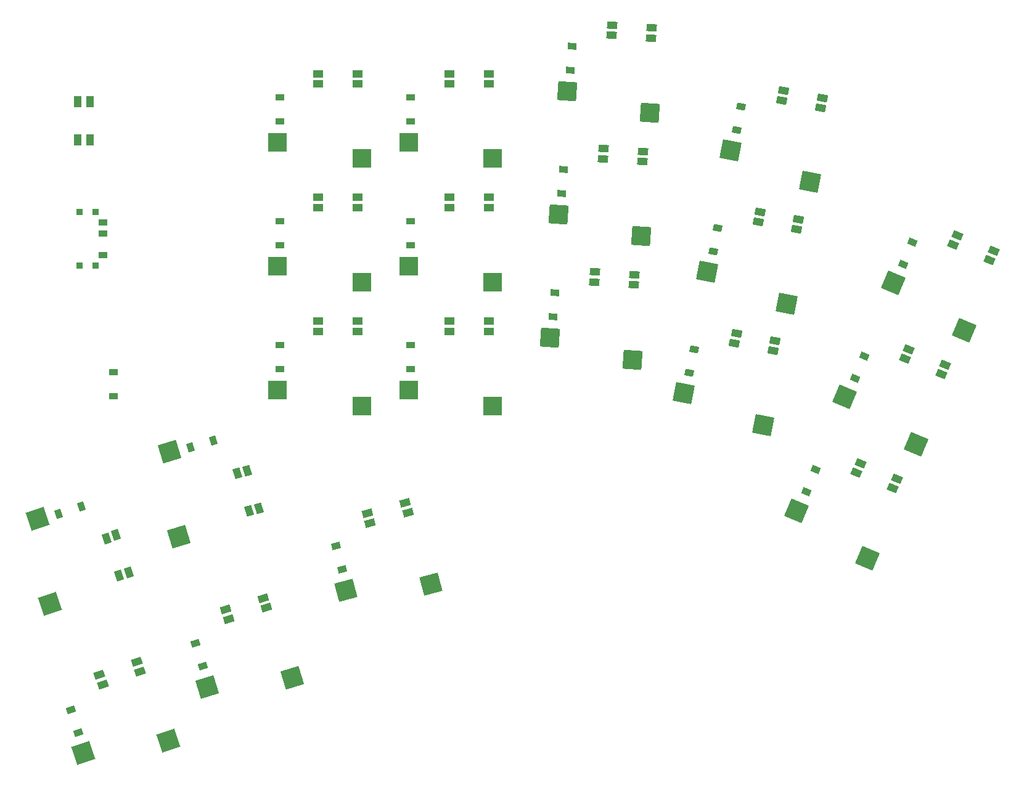
<source format=gbr>
%TF.GenerationSoftware,KiCad,Pcbnew,9.0.5*%
%TF.CreationDate,2025-11-08T17:14:02+10:00*%
%TF.ProjectId,badWingsRight,62616457-696e-4677-9352-696768742e6b,v1.0.0*%
%TF.SameCoordinates,Original*%
%TF.FileFunction,Paste,Bot*%
%TF.FilePolarity,Positive*%
%FSLAX46Y46*%
G04 Gerber Fmt 4.6, Leading zero omitted, Abs format (unit mm)*
G04 Created by KiCad (PCBNEW 9.0.5) date 2025-11-08 17:14:02*
%MOMM*%
%LPD*%
G01*
G04 APERTURE LIST*
G04 Aperture macros list*
%AMRotRect*
0 Rectangle, with rotation*
0 The origin of the aperture is its center*
0 $1 length*
0 $2 width*
0 $3 Rotation angle, in degrees counterclockwise*
0 Add horizontal line*
21,1,$1,$2,0,0,$3*%
G04 Aperture macros list end*
%ADD10R,0.900000X0.900000*%
%ADD11R,1.250000X0.900000*%
%ADD12RotRect,2.600000X2.600000X176.000000*%
%ADD13R,2.600000X2.600000*%
%ADD14R,1.000000X1.550000*%
%ADD15RotRect,2.600000X2.600000X157.000000*%
%ADD16RotRect,2.600000X2.600000X169.000000*%
%ADD17RotRect,2.600000X2.600000X197.000000*%
%ADD18RotRect,2.600000X2.600000X195.000000*%
%ADD19RotRect,2.600000X2.600000X109.000000*%
%ADD20RotRect,2.600000X2.600000X107.000000*%
%ADD21RotRect,2.600000X2.600000X199.000000*%
%ADD22RotRect,1.400000X1.000000X349.000000*%
%ADD23RotRect,1.400000X1.000000X19.000000*%
%ADD24R,1.200000X0.900000*%
%ADD25RotRect,0.900000X1.200000X289.000000*%
%ADD26RotRect,1.400000X1.000000X337.000000*%
%ADD27RotRect,1.400000X1.000000X15.000000*%
%ADD28RotRect,0.900000X1.200000X285.000000*%
%ADD29RotRect,1.400000X1.000000X356.000000*%
%ADD30R,1.400000X1.000000*%
%ADD31RotRect,0.900000X1.200000X247.000000*%
%ADD32RotRect,0.900000X1.200000X259.000000*%
%ADD33RotRect,1.400000X1.000000X289.000000*%
%ADD34RotRect,0.900000X1.200000X266.000000*%
%ADD35RotRect,0.900000X1.200000X287.000000*%
%ADD36RotRect,0.900000X1.200000X199.000000*%
%ADD37RotRect,1.400000X1.000000X287.000000*%
%ADD38RotRect,1.400000X1.000000X17.000000*%
%ADD39RotRect,0.900000X1.200000X197.000000*%
G04 APERTURE END LIST*
D10*
%TO.C,T1*%
X223627691Y-150447714D03*
X225827683Y-150447712D03*
X223627691Y-143047712D03*
X225827683Y-143047710D03*
D11*
X226802687Y-148997712D03*
X226802687Y-145997712D03*
X226802690Y-144497708D03*
%TD*%
D12*
%TO.C,S7*%
X299558501Y-163326224D03*
X288190103Y-160325893D03*
%TD*%
D13*
%TO.C,S15*%
X262382683Y-135697692D03*
X250832685Y-133497690D03*
%TD*%
D14*
%TO.C,B1*%
X223337665Y-133172699D03*
X223337665Y-127922699D03*
X225037665Y-133172699D03*
X225037665Y-127922699D03*
%TD*%
D15*
%TO.C,S1*%
X331828659Y-190611825D03*
X322056441Y-184073771D03*
%TD*%
%TO.C,S2*%
X338471085Y-174963240D03*
X328698867Y-168425186D03*
%TD*%
D16*
%TO.C,S4*%
X317470487Y-172307079D03*
X306552465Y-167943655D03*
%TD*%
D17*
%TO.C,S17*%
X252808788Y-207063554D03*
X241120250Y-208336577D03*
%TD*%
D12*
%TO.C,S8*%
X300744349Y-146367643D03*
X289375951Y-143367312D03*
%TD*%
D16*
%TO.C,S5*%
X320714237Y-155619414D03*
X309796215Y-151255990D03*
%TD*%
D13*
%TO.C,S13*%
X262382670Y-169697717D03*
X250832672Y-167497715D03*
%TD*%
D18*
%TO.C,S16*%
X271911057Y-194147342D03*
X260185208Y-195011660D03*
%TD*%
D13*
%TO.C,S14*%
X262382687Y-152697691D03*
X250832689Y-150497689D03*
%TD*%
%TO.C,S10*%
X280382656Y-169697701D03*
X268832658Y-167497699D03*
%TD*%
D19*
%TO.C,S20*%
X219560341Y-196882692D03*
X217880171Y-185245704D03*
%TD*%
D12*
%TO.C,S9*%
X301930228Y-129409058D03*
X290561830Y-126408727D03*
%TD*%
D20*
%TO.C,S18*%
X237240399Y-187693931D03*
X235967376Y-176005393D03*
%TD*%
D13*
%TO.C,S11*%
X280382658Y-152697705D03*
X268832660Y-150497703D03*
%TD*%
%TO.C,S12*%
X280382658Y-135697718D03*
X268832660Y-133497716D03*
%TD*%
D16*
%TO.C,S6*%
X323958005Y-138931748D03*
X313039983Y-134568324D03*
%TD*%
D15*
%TO.C,S3*%
X345113514Y-159314644D03*
X335341296Y-152776590D03*
%TD*%
D21*
%TO.C,S19*%
X235795237Y-215697159D03*
X224158249Y-217377329D03*
%TD*%
D22*
%TO.C,LED5*%
X322105608Y-145448019D03*
X322372741Y-144073741D03*
X317071954Y-143043373D03*
X316804821Y-144417651D03*
%TD*%
D23*
%TO.C,LED19*%
X231914523Y-206192776D03*
X231458726Y-204869046D03*
X226352925Y-206627110D03*
X226808722Y-207950840D03*
%TD*%
D24*
%TO.C,D10*%
X269107664Y-161297698D03*
X269107664Y-164597698D03*
%TD*%
D25*
%TO.C,D19*%
X222399751Y-211425575D03*
X223474125Y-214545787D03*
%TD*%
D26*
%TO.C,LED2*%
X341946764Y-165303404D03*
X342493792Y-164014697D03*
X337523070Y-161904748D03*
X336976042Y-163193455D03*
%TD*%
D24*
%TO.C,D21*%
X228307682Y-165097714D03*
X228307682Y-168397714D03*
%TD*%
D27*
%TO.C,LED16*%
X268702736Y-184395402D03*
X268340385Y-183043103D03*
X263124382Y-184440724D03*
X263486733Y-185793023D03*
%TD*%
D28*
%TO.C,D16*%
X258846154Y-188951745D03*
X259700254Y-192139301D03*
%TD*%
D29*
%TO.C,LED7*%
X299699920Y-153061085D03*
X299797576Y-151664493D03*
X294410728Y-151287805D03*
X294313072Y-152684397D03*
%TD*%
D30*
%TO.C,LED10*%
X279807660Y-159447712D03*
X279807660Y-158047712D03*
X274407660Y-158047712D03*
X274407660Y-159447712D03*
%TD*%
D31*
%TO.C,D3*%
X338016959Y-147176914D03*
X336727547Y-150214580D03*
%TD*%
%TO.C,D1*%
X324732096Y-178474088D03*
X323442684Y-181511754D03*
%TD*%
D26*
%TO.C,LED3*%
X348589218Y-149654820D03*
X349136246Y-148366113D03*
X344165524Y-146256164D03*
X343618496Y-147544871D03*
%TD*%
D24*
%TO.C,D12*%
X269107660Y-127297712D03*
X269107660Y-130597712D03*
%TD*%
D30*
%TO.C,LED14*%
X261807682Y-142447697D03*
X261807682Y-141047697D03*
X256407682Y-141047697D03*
X256407682Y-142447697D03*
%TD*%
%TO.C,LED15*%
X261807656Y-125447707D03*
X261807656Y-124047707D03*
X256407656Y-124047707D03*
X256407656Y-125447707D03*
%TD*%
D32*
%TO.C,D6*%
X314492955Y-128534704D03*
X313863285Y-131774074D03*
%TD*%
%TO.C,D5*%
X311249197Y-145222364D03*
X310619527Y-148461734D03*
%TD*%
D33*
%TO.C,LED20*%
X229064718Y-193001945D03*
X230388448Y-192546148D03*
X228630384Y-187440347D03*
X227306654Y-187896144D03*
%TD*%
D24*
%TO.C,D14*%
X251107678Y-144297696D03*
X251107678Y-147597696D03*
%TD*%
D34*
%TO.C,D9*%
X291268658Y-120243002D03*
X291038462Y-123534964D03*
%TD*%
D30*
%TO.C,LED12*%
X279807661Y-125447704D03*
X279807661Y-124047704D03*
X274407661Y-124047704D03*
X274407661Y-125447704D03*
%TD*%
D34*
%TO.C,D7*%
X288896921Y-154160176D03*
X288666725Y-157452138D03*
%TD*%
D35*
%TO.C,D17*%
X239570516Y-202327086D03*
X240535342Y-205482892D03*
%TD*%
D30*
%TO.C,LED13*%
X261807669Y-159447703D03*
X261807669Y-158047703D03*
X256407669Y-158047703D03*
X256407669Y-159447703D03*
%TD*%
D32*
%TO.C,D4*%
X308005446Y-161910024D03*
X307375776Y-165149394D03*
%TD*%
D36*
%TO.C,D20*%
X223831908Y-183487184D03*
X220711696Y-184561558D03*
%TD*%
D24*
%TO.C,D11*%
X269107671Y-144297691D03*
X269107671Y-147597691D03*
%TD*%
D31*
%TO.C,D2*%
X331374529Y-162825526D03*
X330085117Y-165863192D03*
%TD*%
D29*
%TO.C,LED8*%
X300885777Y-136102499D03*
X300983433Y-134705907D03*
X295596585Y-134329219D03*
X295498929Y-135725811D03*
%TD*%
D37*
%TO.C,LED18*%
X246874406Y-184147257D03*
X248213233Y-183737937D03*
X246634426Y-178573891D03*
X245295599Y-178983211D03*
%TD*%
D34*
%TO.C,D8*%
X290082790Y-137201592D03*
X289852594Y-140493554D03*
%TD*%
D29*
%TO.C,LED9*%
X302071628Y-119143914D03*
X302169284Y-117747322D03*
X296782436Y-117370634D03*
X296684780Y-118767226D03*
%TD*%
D22*
%TO.C,LED4*%
X318861843Y-162135667D03*
X319128976Y-160761389D03*
X313828189Y-159731021D03*
X313561056Y-161105299D03*
%TD*%
D30*
%TO.C,LED11*%
X279807678Y-142447704D03*
X279807678Y-141047704D03*
X274407678Y-141047704D03*
X274407678Y-142447704D03*
%TD*%
D26*
%TO.C,LED1*%
X335304346Y-180951977D03*
X335851374Y-179663270D03*
X330880652Y-177553321D03*
X330333624Y-178842028D03*
%TD*%
D22*
%TO.C,LED6*%
X325349363Y-128760348D03*
X325616496Y-127386070D03*
X320315709Y-126355702D03*
X320048576Y-127729980D03*
%TD*%
D24*
%TO.C,D15*%
X251107674Y-127297692D03*
X251107674Y-130597692D03*
%TD*%
D38*
%TO.C,LED17*%
X249262080Y-197429530D03*
X248852760Y-196090703D03*
X243688714Y-197669510D03*
X244098034Y-199008337D03*
%TD*%
D39*
%TO.C,D18*%
X241976849Y-174455687D03*
X238821043Y-175420513D03*
%TD*%
D24*
%TO.C,D13*%
X251107675Y-161297700D03*
X251107675Y-164597700D03*
%TD*%
M02*

</source>
